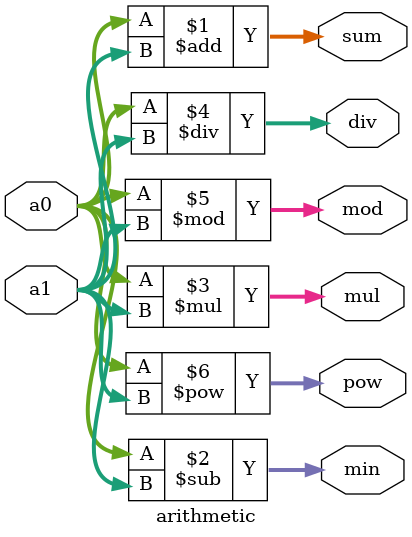
<source format=v>
module arithmetic (
    input [7:0] a0, a1,
    output [7:0] sum,
    output [7:0] min,
    output [7:0] mul,
    output [7:0] div,
    output [7:0] mod,
    output [7:0] pow,
    );
    
    assign sum = a0 + a1;
    assign min = a0 - a1;
    assign mul = a0 * a1;
    assign div = a0 / a1;
    assign mod = a0 % a1;
    assign pow = a0 ** a1;
    
endmodule
    
</source>
